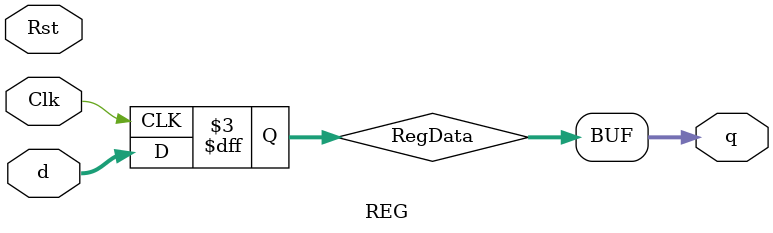
<source format=v>
`timescale 1ns / 1ps
module REG(d,Clk,Rst,q);

	parameter DATAWIDTH = 2;
	input [DATAWIDTH-1:0] d;
	input Clk, Rst;
	output [DATAWIDTH-1:0] q;

	reg [DATAWIDTH-1:0] RegData;

	initial begin

		RegData = 0;
		
	end
	
	assign q = RegData;
	
	always@(posedge Clk) begin
	
		RegData <= d;
	
	end

endmodule

</source>
